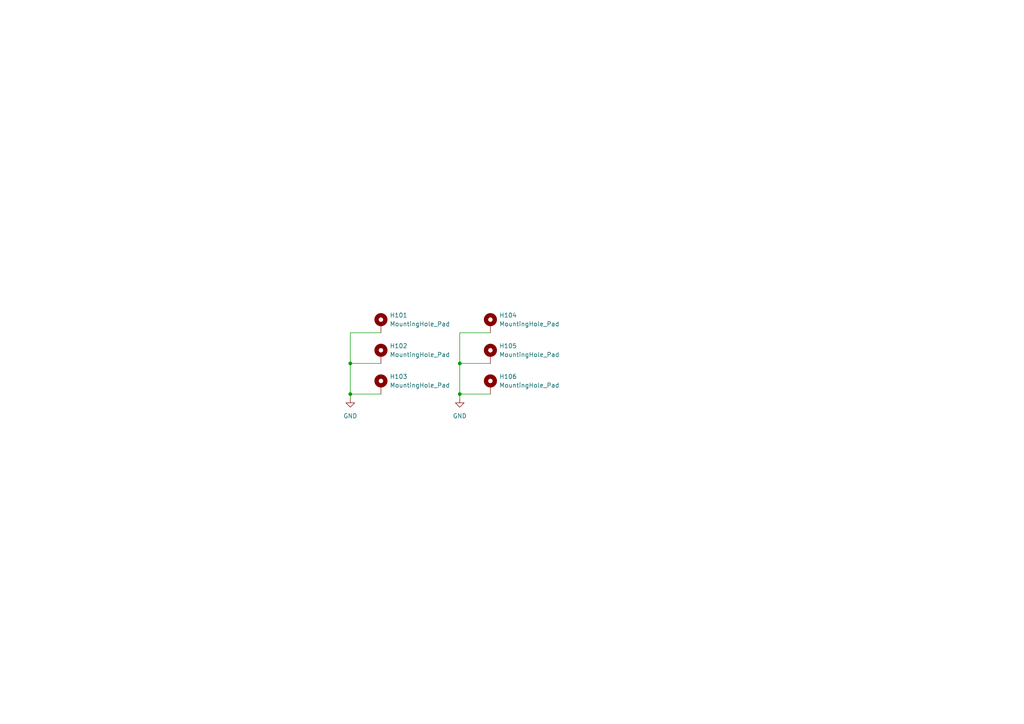
<source format=kicad_sch>
(kicad_sch (version 20231120) (generator "eeschema") (generator_version "8.0")
  (paper "A4")
  (title_block (title "bac Magnetorquer Placeholder XY 2U v1") (date "2025-03-20") (rev "2") (company "Build a CubeSat") (comment 1 "Manuel Imboden") (comment 2 "CC BY-SA 4.0") (comment 3 "https://buildacubesat.space"))
  (lib_symbols
    (symbol "Mechanical:MountingHole_Pad" (pin_numbers hide) (pin_names (offset 1.016) hide) (exclude_from_sim yes) (in_bom no)
      (property "Reference" "H" (at 0 6.35 0))
      (property "Value" "MountingHole_Pad" (at 0 4.445 0))
      (symbol "MountingHole_Pad_0_1"
        (circle (center 0 1.27) (radius 1.27) (stroke (width 1.27)))
      )
      (symbol "MountingHole_Pad_1_1"
        (pin input line (at 0 -2.54 90) (length 2.54) (name "1") (number "1"))
      )
    )
    (symbol "power:GND" (power) (pin_numbers hide) (pin_names (offset 0) hide)
      (property "Value" "GND" (at 0 -3.81 0))
      (symbol "GND_0_1"
        (polyline (pts (xy 0 0) (xy 0 -1.27) (xy 1.27 -1.27) (xy 0 -2.54) (xy -1.27 -1.27) (xy 0 -1.27)))
      )
      (symbol "GND_1_1"
        (pin power_in line (at 0 0 270) (length 0) (name "~") (number "1"))
      )
    )
  )
  (junction (at 101.6 105.41))
  (junction (at 133.35 114.3))
  (junction (at 133.35 105.41))
  (junction (at 101.6 114.3))
  (wire (pts (xy 101.6 114.3) (xy 110.49 114.3)))
  (wire (pts (xy 133.35 96.52) (xy 133.35 105.41)))
  (wire (pts (xy 101.6 105.41) (xy 101.6 114.3)))
  (wire (pts (xy 133.35 114.3) (xy 142.24 114.3)))
  (wire (pts (xy 101.6 96.52) (xy 101.6 105.41)))
  (wire (pts (xy 133.35 105.41) (xy 133.35 114.3)))
  (wire (pts (xy 142.24 96.52) (xy 133.35 96.52)))
  (wire (pts (xy 101.6 114.3) (xy 101.6 115.57)))
  (wire (pts (xy 110.49 96.52) (xy 101.6 96.52)))
  (wire (pts (xy 101.6 105.41) (xy 110.49 105.41)))
  (wire (pts (xy 133.35 105.41) (xy 142.24 105.41)))
  (wire (pts (xy 133.35 114.3) (xy 133.35 115.57)))
  (symbol (lib_id "Mechanical:MountingHole_Pad") (at 110.49 93.98 0) (unit 1) (exclude_from_sim yes) (in_bom no)
    (property "Reference" "H101" (at 113.03 91.4399 0) (effects (justify left)))
    (property "Value" "MountingHole_Pad" (at 113.03 93.9799 0) (effects (justify left)))
    (property "Footprint" "MountingHole:MountingHole_3.2mm_M3_ISO14580_Pad_TopBottom" (effects (hide yes)))
    (property "Description" "Mounting Hole with connection" (effects (hide yes)))
  )
  (symbol (lib_id "Mechanical:MountingHole_Pad") (at 142.24 93.98 0) (unit 1) (exclude_from_sim yes) (in_bom no)
    (property "Reference" "H104" (at 144.78 91.4399 0) (effects (justify left)))
    (property "Value" "MountingHole_Pad" (at 144.78 93.9799 0) (effects (justify left)))
    (property "Footprint" "MountingHole:MountingHole_3.2mm_M3_ISO14580_Pad_TopBottom" (effects (hide yes)))
    (property "Description" "Mounting Hole with connection" (effects (hide yes)))
  )
  (symbol (lib_id "Mechanical:MountingHole_Pad") (at 142.24 102.87 0) (unit 1) (exclude_from_sim yes) (in_bom no)
    (property "Reference" "H105" (at 144.78 100.3299 0) (effects (justify left)))
    (property "Value" "MountingHole_Pad" (at 144.78 102.8699 0) (effects (justify left)))
    (property "Footprint" "MountingHole:MountingHole_3.2mm_M3_ISO14580_Pad_TopBottom" (effects (hide yes)))
    (property "Description" "Mounting Hole with connection" (effects (hide yes)))
  )
  (symbol (lib_id "Mechanical:MountingHole_Pad") (at 142.24 111.76 0) (unit 1) (exclude_from_sim yes) (in_bom no)
    (property "Reference" "H106" (at 144.78 109.2199 0) (effects (justify left)))
    (property "Value" "MountingHole_Pad" (at 144.78 111.7599 0) (effects (justify left)))
    (property "Footprint" "MountingHole:MountingHole_3.2mm_M3_ISO14580_Pad_TopBottom" (effects (hide yes)))
    (property "Description" "Mounting Hole with connection" (effects (hide yes)))
  )
  (symbol (lib_id "power:GND") (at 133.35 115.57 0) (unit 1)
    (property "Reference" "#PWR0102" (effects (hide yes)))
    (property "Value" "GND" (at 133.35 120.65 0))
    (property "Description" "Power symbol creates a global label with name \"GND\" , ground" (effects (hide yes)))
  )
  (symbol (lib_id "power:GND") (at 101.6 115.57 0) (unit 1)
    (property "Reference" "#PWR0101" (effects (hide yes)))
    (property "Value" "GND" (at 101.6 120.65 0))
    (property "Description" "Power symbol creates a global label with name \"GND\" , ground" (effects (hide yes)))
  )
  (symbol (lib_id "Mechanical:MountingHole_Pad") (at 110.49 111.76 0) (unit 1) (exclude_from_sim yes) (in_bom no)
    (property "Reference" "H103" (at 113.03 109.2199 0) (effects (justify left)))
    (property "Value" "MountingHole_Pad" (at 113.03 111.7599 0) (effects (justify left)))
    (property "Footprint" "MountingHole:MountingHole_3.2mm_M3_ISO14580_Pad_TopBottom" (effects (hide yes)))
    (property "Description" "Mounting Hole with connection" (effects (hide yes)))
  )
  (symbol (lib_id "Mechanical:MountingHole_Pad") (at 110.49 102.87 0) (unit 1) (exclude_from_sim yes) (in_bom no)
    (property "Reference" "H102" (at 113.03 100.3299 0) (effects (justify left)))
    (property "Value" "MountingHole_Pad" (at 113.03 102.8699 0) (effects (justify left)))
    (property "Footprint" "MountingHole:MountingHole_3.2mm_M3_ISO14580_Pad_TopBottom" (effects (hide yes)))
    (property "Description" "Mounting Hole with connection" (effects (hide yes)))
  )
)
</source>
